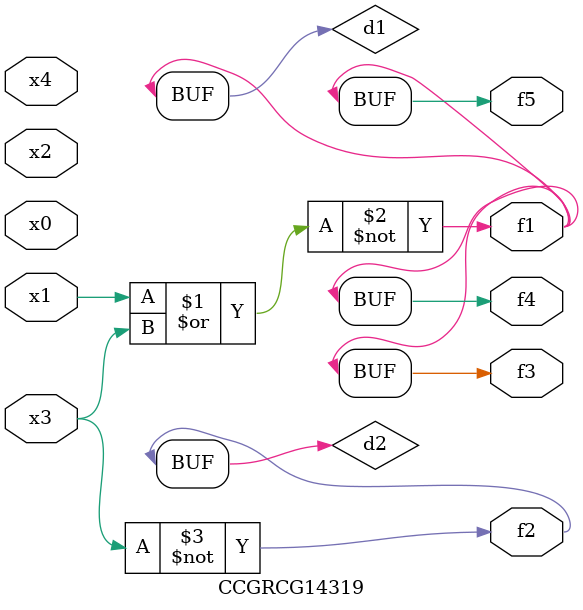
<source format=v>
module CCGRCG14319(
	input x0, x1, x2, x3, x4,
	output f1, f2, f3, f4, f5
);

	wire d1, d2;

	nor (d1, x1, x3);
	not (d2, x3);
	assign f1 = d1;
	assign f2 = d2;
	assign f3 = d1;
	assign f4 = d1;
	assign f5 = d1;
endmodule

</source>
